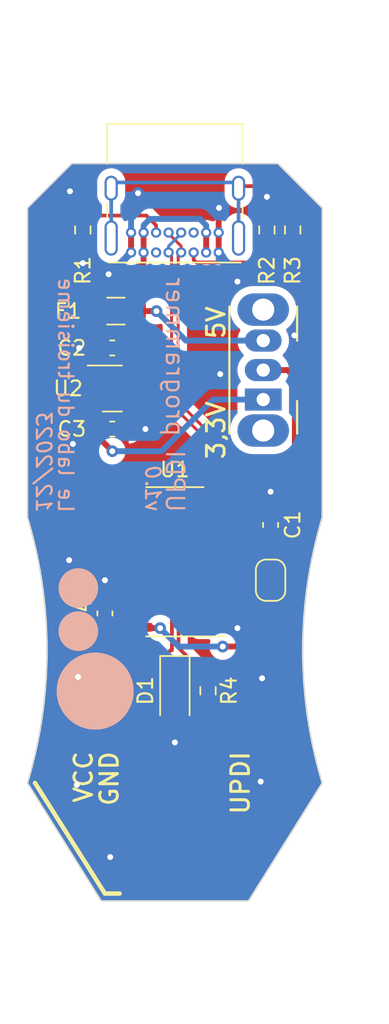
<source format=kicad_pcb>
(kicad_pcb (version 20221018) (generator pcbnew)
  (layers (0 "F.Cu" signal) (31 "B.Cu" signal) (34 "B.Paste" user) (35 "F.Paste" user) (36 "B.SilkS" user "B.Silkscreen") (37 "F.SilkS" user "F.Silkscreen") (38 "B.Mask" user) (39 "F.Mask" user) (44 "Edge.Cuts" user))
  (net 0 "")
  (net 1 "Net-(JP1-B)")
  (net 2 "GND")
  (net 3 "+5V")
  (net 4 "+3.3V")
  (net 5 "Net-(J1-CC1)")
  (net 6 "D+")
  (net 7 "D-")
  (net 9 "Net-(J1-CC2)")
  (net 11 "Net-(J1-SHIELD)")
  (net 21 "VCC")
  (net 22 "Net-(D1-K)")
  (net 23 "UPDI")
  (net 24 "Net-(U1-TXD)")
  (net 25 "Net-(F1-Pad2)")
  (footprint "Connector_USB:USB_C_Receptacle_GCT_USB4085" (layer "F.Cu") (at 162.975 66.025 180)
    (fp_text reference "J1" hide)
    (fp_text value "USB_C_Receptacle_USB2.0")
    (fp_line (start -1.62 2.4) (end -1.62 3.3) (stroke (width 0.12)) (layer "F.SilkS"))
    (fp_line (start -1.62 6) (end -1.62 8.73) (stroke (width 0.12)) (layer "F.SilkS"))
    (fp_line (start -1.62 8.73) (end 7.57 8.73) (stroke (width 0.12)) (layer "F.SilkS"))
    (fp_line (start -1.5 -0.68) (end 7.45 -0.68) (stroke (width 0.12)) (layer "F.SilkS"))
    (fp_line (start 7.57 2.4) (end 7.57 3.3) (stroke (width 0.12)) (layer "F.SilkS"))
    (fp_line (start 7.57 6) (end 7.57 8.73) (stroke (width 0.12)) (layer "F.SilkS"))
    (pad "A1" thru_hole circle (at 0 0 180) (size 0.7 0.7) (drill 0.4) (layers "*.Cu" "*.Mask") (net 2 "GND"))
    (pad "A4" thru_hole circle (at 0.85 0 180) (size 0.7 0.7) (drill 0.4) (layers "*.Cu" "*.Mask") (net 25 "Net-(F1-Pad2)"))
    (pad "A5" thru_hole circle (at 1.7 0 180) (size 0.7 0.7) (drill 0.4) (layers "*.Cu" "*.Mask") (net 5 "Net-(J1-CC1)"))
    (pad "A6" thru_hole circle (at 2.55 0 180) (size 0.7 0.7) (drill 0.4) (layers "*.Cu" "*.Mask") (net 6 "D+"))
    (pad "A7" thru_hole circle (at 3.4 0 180) (size 0.7 0.7) (drill 0.4) (layers "*.Cu" "*.Mask") (net 7 "D-"))
    (pad "A8" thru_hole circle (at 4.25 0 180) (size 0.7 0.7) (drill 0.4) (layers "*.Cu" "*.Mask"))
    (pad "A9" thru_hole circle (at 5.1 0 180) (size 0.7 0.7) (drill 0.4) (layers "*.Cu" "*.Mask") (net 25 "Net-(F1-Pad2)"))
    (pad "A12" thru_hole circle (at 5.95 0 180) (size 0.7 0.7) (drill 0.4) (layers "*.Cu" "*.Mask") (net 2 "GND"))
    (pad "B1" thru_hole circle (at 5.95 1.35 180) (size 0.7 0.7) (drill 0.4) (layers "*.Cu" "*.Mask") (net 2 "GND"))
    (pad "B4" thru_hole circle (at 5.1 1.35 180) (size 0.7 0.7) (drill 0.4) (layers "*.Cu" "*.Mask") (net 25 "Net-(F1-Pad2)"))
    (pad "B5" thru_hole circle (at 4.25 1.35 180) (size 0.7 0.7) (drill 0.4) (layers "*.Cu" "*.Mask") (net 9 "Net-(J1-CC2)"))
    (pad "B6" thru_hole circle (at 3.4 1.35 180) (size 0.7 0.7) (drill 0.4) (layers "*.Cu" "*.Mask") (net 6 "D+"))
    (pad "B7" thru_hole circle (at 2.55 1.35 180) (size 0.7 0.7) (drill 0.4) (layers "*.Cu" "*.Mask") (net 7 "D-"))
    (pad "B8" thru_hole circle (at 1.7 1.35 180) (size 0.7 0.7) (drill 0.4) (layers "*.Cu" "*.Mask"))
    (pad "B9" thru_hole circle (at 0.85 1.35 180) (size 0.7 0.7) (drill 0.4) (layers "*.Cu" "*.Mask") (net 25 "Net-(F1-Pad2)"))
    (pad "B12" thru_hole circle (at 0 1.35 180) (size 0.7 0.7) (drill 0.4) (layers "*.Cu" "*.Mask") (net 2 "GND"))
    (pad "S1" thru_hole oval (at -1.35 0.98 180) (size 0.9 2.4) (drill oval 0.6 2.1) (layers "*.Cu" "*.Mask") (net 11 "Net-(J1-SHIELD)"))
    (pad "S1" thru_hole oval (at -1.35 4.36 180) (size 0.9 1.7) (drill oval 0.6 1.4) (layers "*.Cu" "*.Mask") (net 11 "Net-(J1-SHIELD)"))
    (pad "S1" thru_hole oval (at 7.3 0.98 180) (size 0.9 2.4) (drill oval 0.6 2.1) (layers "*.Cu" "*.Mask") (net 11 "Net-(J1-SHIELD)"))
    (pad "S1" thru_hole oval (at 7.3 4.36 180) (size 0.9 1.7) (drill oval 0.6 1.4) (layers "*.Cu" "*.Mask") (net 11 "Net-(J1-SHIELD)"))
  )
  (footprint "Diode_SMD:D_SOD-123" (layer "F.Cu") (at 160 95.75 -90)
    (fp_text reference "D1" (at 0 2 90) (layer "F.SilkS"))
    (fp_text value "D")
    (fp_line (start -2.36 -1) (end -2.36 1) (stroke (width 0.12)) (layer "F.SilkS"))
    (fp_line (start -2.36 -1) (end 1.65 -1) (stroke (width 0.12)) (layer "F.SilkS"))
    (fp_line (start -2.36 1) (end 1.65 1) (stroke (width 0.12)) (layer "F.SilkS"))
    (pad "1" smd roundrect (at -1.65 0 270) (size 0.9 1.2) (layers "F.Cu" "F.Paste" "F.Mask") (net 22 "Net-(D1-K)"))
    (pad "2" smd roundrect (at 1.65 0 270) (size 0.9 1.2) (layers "F.Cu" "F.Paste" "F.Mask") (net 23 "UPDI"))
  )
  (footprint "Resistor_SMD:R_0603_1608Metric_Pad0.98x0.95mm_HandSolder" (layer "F.Cu") (at 168 64.5 -90)
    (fp_text reference "R3" (at 2.75 0 90) (layer "F.SilkS"))
    (fp_text value "1M")
    (fp_line (start -0.254724 -0.5225) (end 0.254724 -0.5225) (stroke (width 0.12)) (layer "F.SilkS"))
    (fp_line (start -0.254724 0.5225) (end 0.254724 0.5225) (stroke (width 0.12)) (layer "F.SilkS"))
    (pad "1" smd roundrect (at -0.9125 0 270) (size 0.975 0.95) (layers "F.Cu" "F.Paste" "F.Mask") (net 11 "Net-(J1-SHIELD)"))
    (pad "2" smd roundrect (at 0.9125 0 270) (size 0.975 0.95) (layers "F.Cu" "F.Paste" "F.Mask") (net 2 "GND"))
  )
  (footprint "Capacitor_SMD:C_0603_1608Metric_Pad1.08x0.95mm_HandSolder" (layer "F.Cu") (at 155.25 90.5 90)
    (fp_text reference "C4" (at 0 -1.43 90) (layer "F.SilkS"))
    (fp_text value "0.1u")
    (fp_line (start -0.146267 -0.51) (end 0.146267 -0.51) (stroke (width 0.12)) (layer "F.SilkS"))
    (fp_line (start -0.146267 0.51) (end 0.146267 0.51) (stroke (width 0.12)) (layer "F.SilkS"))
    (pad "1" smd roundrect (at -0.8625 0 90) (size 1.075 0.95) (layers "F.Cu" "F.Paste" "F.Mask") (net 21 "VCC"))
    (pad "2" smd roundrect (at 0.8625 0 90) (size 1.075 0.95) (layers "F.Cu" "F.Paste" "F.Mask") (net 2 "GND"))
  )
  (footprint "Resistor_SMD:R_0603_1608Metric_Pad0.98x0.95mm_HandSolder" (layer "F.Cu") (at 162.25 95.75 -90)
    (fp_text reference "R4" (at 0 -1.43 90) (layer "F.SilkS"))
    (fp_text value "1.5k")
    (fp_line (start -0.254724 -0.5225) (end 0.254724 -0.5225) (stroke (width 0.12)) (layer "F.SilkS"))
    (fp_line (start -0.254724 0.5225) (end 0.254724 0.5225) (stroke (width 0.12)) (layer "F.SilkS"))
    (pad "1" smd roundrect (at -0.9125 0 270) (size 0.975 0.95) (layers "F.Cu" "F.Paste" "F.Mask") (net 24 "Net-(U1-TXD)"))
    (pad "2" smd roundrect (at 0.9125 0 270) (size 0.975 0.95) (layers "F.Cu" "F.Paste" "F.Mask") (net 22 "Net-(D1-K)"))
  )
  (footprint "Resistor_SMD:R_0603_1608Metric_Pad0.98x0.95mm_HandSolder" (layer "F.Cu") (at 153.75 64.5 -90)
    (fp_text reference "R1" (at 2.75 0 90) (layer "F.SilkS"))
    (fp_text value "5.1k")
    (fp_line (start -0.254724 -0.5225) (end 0.254724 -0.5225) (stroke (width 0.12)) (layer "F.SilkS"))
    (fp_line (start -0.254724 0.5225) (end 0.254724 0.5225) (stroke (width 0.12)) (layer "F.SilkS"))
    (pad "1" smd roundrect (at -0.9125 0 270) (size 0.975 0.95) (layers "F.Cu" "F.Paste" "F.Mask") (net 9 "Net-(J1-CC2)"))
    (pad "2" smd roundrect (at 0.9125 0 270) (size 0.975 0.95) (layers "F.Cu" "F.Paste" "F.Mask") (net 2 "GND"))
  )
  (footprint "Jumper:SolderJumper-2_P1.3mm_Open_RoundedPad1.0x1.5mm" (layer "F.Cu") (at 166.5 88.25 90)
    (fp_text reference "JP1" hide)
    (fp_text value "Jumper_2_Open")
    (fp_line (start -1.4 0.3) (end -1.4 -0.3) (stroke (width 0.12)) (layer "F.SilkS"))
    (fp_line (start -0.7 -1) (end 0.7 -1) (stroke (width 0.12)) (layer "F.SilkS"))
    (fp_line (start 0.7 1) (end -0.7 1) (stroke (width 0.12)) (layer "F.SilkS"))
    (fp_line (start 1.4 -0.3) (end 1.4 0.3) (stroke (width 0.12)) (layer "F.SilkS"))
    (fp_arc (start -1.4 -0.3) (mid -1.194975 -0.794975) (end -0.7 -1) (stroke (width 0.12)) (layer "F.SilkS"))
    (fp_arc (start -0.7 1) (mid -1.194975 0.794975) (end -1.4 0.3) (stroke (width 0.12)) (layer "F.SilkS"))
    (fp_arc (start 0.7 -1) (mid 1.194975 -0.794975) (end 1.4 -0.3) (stroke (width 0.12)) (layer "F.SilkS"))
    (fp_arc (start 1.4 0.3) (mid 1.194975 0.794975) (end 0.7 1) (stroke (width 0.12)) (layer "F.SilkS"))
    (pad "1" smd custom (at -0.65 0 90) (size 1 0.5) (layers "F.Cu" "F.Mask") (net 21 "VCC") (options (clearance outline) (anchor rect)) (primitives (gr_circle (center 0 0.25) (end 0.5 0.25) (width 0) (fill yes)) (gr_circle (center 0 -0.25) (end 0.5 -0.25) (width 0) (fill yes)) (gr_poly (pts (xy 0.5 0.75) (xy 0 0.75) (xy 0 -0.75) (xy 0.5 -0.75)) (width 0) (fill yes))))
    (pad "2" smd custom (at 0.65 0 90) (size 1 0.5) (layers "F.Cu" "F.Mask") (net 1 "Net-(JP1-B)") (options (clearance outline) (anchor rect)) (primitives (gr_circle (center 0 0.25) (end 0.5 0.25) (width 0) (fill yes)) (gr_circle (center 0 -0.25) (end 0.5 -0.25) (width 0) (fill yes)) (gr_poly (pts (xy 0 0.75) (xy -0.5 0.75) (xy -0.5 -0.75) (xy 0 -0.75)) (width 0) (fill yes))))
  )
  (footprint "Fuse:Fuse_1206_3216Metric" (layer "F.Cu") (at 156 70 180)
    (fp_text reference "F1" (at 3.25 0) (layer "F.SilkS"))
    (fp_text value "500m")
    (fp_line (start -0.602064 -0.91) (end 0.602064 -0.91) (stroke (width 0.12)) (layer "F.SilkS"))
    (fp_line (start -0.602064 0.91) (end 0.602064 0.91) (stroke (width 0.12)) (layer "F.SilkS"))
    (pad "1" smd roundrect (at -1.4 0 180) (size 1.25 1.75) (layers "F.Cu" "F.Paste" "F.Mask") (roundrect_rratio 0.2) (net 3 "+5V"))
    (pad "2" smd roundrect (at 1.4 0 180) (size 1.25 1.75) (layers "F.Cu" "F.Paste" "F.Mask") (roundrect_rratio 0.2) (net 25 "Net-(F1-Pad2)"))
  )
  (footprint "Resistor_SMD:R_0603_1608Metric_Pad0.98x0.95mm_HandSolder" (layer "F.Cu") (at 166.25 64.5 90)
    (fp_text reference "R2" (at -2.75 0 90) (layer "F.SilkS"))
    (fp_text value "5.1k")
    (fp_line (start -0.254724 -0.5225) (end 0.254724 -0.5225) (stroke (width 0.12)) (layer "F.SilkS"))
    (fp_line (start -0.254724 0.5225) (end 0.254724 0.5225) (stroke (width 0.12)) (layer "F.SilkS"))
    (pad "1" smd roundrect (at -0.9125 0 90) (size 0.975 0.95) (layers "F.Cu" "F.Paste" "F.Mask") (net 5 "Net-(J1-CC1)"))
    (pad "2" smd roundrect (at 0.9125 0 90) (size 0.975 0.95) (layers "F.Cu" "F.Paste" "F.Mask") (net 2 "GND"))
  )
  (footprint "Package_TO_SOT_SMD:SOT-23" (layer "F.Cu") (at 155.75 75.25)
    (fp_text reference "U2" (at -3 0) (layer "F.SilkS"))
    (fp_text value "MCP1700x-330xxTT")
    (fp_line (start 0 -1.56) (end -1.675 -1.56) (stroke (width 0.12)) (layer "F.SilkS"))
    (fp_line (start 0 -1.56) (end 0.65 -1.56) (stroke (width 0.12)) (layer "F.SilkS"))
    (fp_line (start 0 1.56) (end -0.65 1.56) (stroke (width 0.12)) (layer "F.SilkS"))
    (fp_line (start 0 1.56) (end 0.65 1.56) (stroke (width 0.12)) (layer "F.SilkS"))
    (pad "1" smd roundrect (at -0.9375 -0.95) (size 1.475 0.6) (layers "F.Cu" "F.Paste" "F.Mask") (net 2 "GND"))
    (pad "2" smd roundrect (at -0.9375 0.95) (size 1.475 0.6) (layers "F.Cu" "F.Paste" "F.Mask") (net 4 "+3.3V"))
    (pad "3" smd roundrect (at 0.9375 0) (size 1.475 0.6) (layers "F.Cu" "F.Paste" "F.Mask") (net 3 "+5V"))
  )
  (footprint "PCM_kikit:Tab" (layer "F.Cu") (at 160 112 90)
    (fp_text reference "REF**" hide)
    (fp_text value "Tab")
  )
  (footprint "Button_Switch_THT:SW_CuK_OS102011MA1QN1_SPDT_Angled" (layer "F.Cu") (at 166 76 90)
    (fp_text reference "SW1" hide)
    (fp_text value "power")
    (fp_line (start -2.3 -2.3) (end 6.3 -2.3) (stroke (width 0.15)) (layer "F.SilkS"))
    (fp_line (start -2.3 2.3) (end -0.1 2.3) (stroke (width 0.15)) (layer "F.SilkS"))
    (fp_line (start 4 2.3) (end 6.3 2.3) (stroke (width 0.15)) (layer "F.SilkS"))
    (pad "" thru_hole oval (at -2.1 0 90) (size 2.2 3.5) (drill 1.5) (layers "*.Cu" "*.Mask"))
    (pad "" thru_hole oval (at 6.1 0 90) (size 2.2 3.5) (drill 1.5) (layers "*.Cu" "*.Mask"))
    (pad "1" thru_hole rect (at 0 0 90) (size 1.5 2.5) (drill 0.9) (layers "*.Cu" "*.Mask") (net 4 "+3.3V"))
    (pad "2" thru_hole oval (at 2 0 90) (size 1.5 2.5) (drill 0.9) (layers "*.Cu" "*.Mask") (net 21 "VCC"))
    (pad "3" thru_hole oval (at 4 0 90) (size 1.5 2.5) (drill 0.9) (layers "*.Cu" "*.Mask") (net 3 "+5V"))
  )
  (footprint "Capacitor_SMD:C_0603_1608Metric_Pad1.08x0.95mm_HandSolder" (layer "F.Cu") (at 155.75 72.5 180)
    (fp_text reference "C2" (at 2.75 0) (layer "F.SilkS"))
    (fp_text value "1u")
    (fp_line (start -0.146267 -0.51) (end 0.146267 -0.51) (stroke (width 0.12)) (layer "F.SilkS"))
    (fp_line (start -0.146267 0.51) (end 0.146267 0.51) (stroke (width 0.12)) (layer "F.SilkS"))
    (pad "1" smd roundrect (at -0.8625 0 180) (size 1.075 0.95) (layers "F.Cu" "F.Paste" "F.Mask") (net 3 "+5V"))
    (pad "2" smd roundrect (at 0.8625 0 180) (size 1.075 0.95) (layers "F.Cu" "F.Paste" "F.Mask") (net 2 "GND"))
  )
  (footprint "PCM_kikit:Tab" (layer "F.Cu") (at 160 55.25 -90)
    (fp_text reference "REF**" hide)
    (fp_text value "Tab")
  )
  (footprint "Package_SO:SOIC-16_3.9x9.9mm_P1.27mm" (layer "F.Cu") (at 160 87 180)
    (fp_text reference "U1" (at 0 6.25) (layer "F.SilkS"))
    (fp_text value "CH340C")
    (fp_line (start 0 -5.06) (end -3.45 -5.06) (stroke (width 0.12)) (layer "F.SilkS"))
    (fp_line (start 0 -5.06) (end 1.95 -5.06) (stroke (width 0.12)) (layer "F.SilkS"))
    (fp_line (start 0 5.06) (end -1.95 5.06) (stroke (width 0.12)) (layer "F.SilkS"))
    (fp_line (start 0 5.06) (end 1.95 5.06) (stroke (width 0.12)) (layer "F.SilkS"))
    (pad "1" smd roundrect (at -2.475 -4.445 180) (size 1.95 0.6) (layers "F.Cu" "F.Paste" "F.Mask") (net 2 "GND"))
    (pad "2" smd roundrect (at -2.475 -3.175 180) (size 1.95 0.6) (layers "F.Cu" "F.Paste" "F.Mask") (net 24 "Net-(U1-TXD)"))
    (pad "3" smd roundrect (at -2.475 -1.905 180) (size 1.95 0.6) (layers "F.Cu" "F.Paste" "F.Mask") (net 23 "UPDI"))
    (pad "4" smd roundrect (at -2.475 -0.635 180) (size 1.95 0.6) (layers "F.Cu" "F.Paste" "F.Mask") (net 1 "Net-(JP1-B)"))
    (pad "5" smd roundrect (at -2.475 0.635 180) (size 1.95 0.6) (layers "F.Cu" "F.Paste" "F.Mask") (net 6 "D+"))
    (pad "6" smd roundrect (at -2.475 1.905 180) (size 1.95 0.6) (layers "F.Cu" "F.Paste" "F.Mask") (net 7 "D-"))
    (pad "7" smd roundrect (at -2.475 3.175 180) (size 1.95 0.6) (layers "F.Cu" "F.Paste" "F.Mask"))
    (pad "8" smd roundrect (at -2.475 4.445 180) (size 1.95 0.6) (layers "F.Cu" "F.Paste" "F.Mask"))
    (pad "9" smd roundrect (at 2.475 4.445 180) (size 1.95 0.6) (layers "F.Cu" "F.Paste" "F.Mask"))
    (pad "10" smd roundrect (at 2.475 3.175 180) (size 1.95 0.6) (layers "F.Cu" "F.Paste" "F.Mask"))
    (pad "11" smd roundrect (at 2.475 1.905 180) (size 1.95 0.6) (layers "F.Cu" "F.Paste" "F.Mask"))
    (pad "12" smd roundrect (at 2.475 0.635 180) (size 1.95 0.6) (layers "F.Cu" "F.Paste" "F.Mask"))
    (pad "13" smd roundrect (at 2.475 -0.635 180) (size 1.95 0.6) (layers "F.Cu" "F.Paste" "F.Mask"))
    (pad "14" smd roundrect (at 2.475 -1.905 180) (size 1.95 0.6) (layers "F.Cu" "F.Paste" "F.Mask"))
    (pad "15" smd roundrect (at 2.475 -3.175 180) (size 1.95 0.6) (layers "F.Cu" "F.Paste" "F.Mask"))
    (pad "16" smd roundrect (at 2.475 -4.445 180) (size 1.95 0.6) (layers "F.Cu" "F.Paste" "F.Mask") (net 21 "VCC"))
  )
  (footprint "Capacitor_SMD:C_0603_1608Metric_Pad1.08x0.95mm_HandSolder" (layer "F.Cu") (at 166.5 84.5 90)
    (fp_text reference "C1" (at 0 1.5 90) (layer "F.SilkS"))
    (fp_text value "0.1u")
    (fp_line (start -0.146267 -0.51) (end 0.146267 -0.51) (stroke (width 0.12)) (layer "F.SilkS"))
    (fp_line (start -0.146267 0.51) (end 0.146267 0.51) (stroke (width 0.12)) (layer "F.SilkS"))
    (pad "1" smd roundrect (at -0.8625 0 90) (size 1.075 0.95) (layers "F.Cu" "F.Paste" "F.Mask") (net 1 "Net-(JP1-B)"))
    (pad "2" smd roundrect (at 0.8625 0 90) (size 1.075 0.95) (layers "F.Cu" "F.Paste" "F.Mask") (net 2 "GND"))
  )
  (footprint "Capacitor_SMD:C_0603_1608Metric_Pad1.08x0.95mm_HandSolder" (layer "F.Cu") (at 155.75 78)
    (fp_text reference "C3" (at -2.75 0) (layer "F.SilkS"))
    (fp_text value "1u")
    (fp_line (start -0.146267 -0.51) (end 0.146267 -0.51) (stroke (width 0.12)) (layer "F.SilkS"))
    (fp_line (start -0.146267 0.51) (end 0.146267 0.51) (stroke (width 0.12)) (layer "F.SilkS"))
    (pad "1" smd roundrect (at -0.8625 0) (size 1.075 0.95) (layers "F.Cu" "F.Paste" "F.Mask") (net 4 "+3.3V"))
    (pad "2" smd roundrect (at 0.8625 0) (size 1.075 0.95) (layers "F.Cu" "F.Paste" "F.Mask") (net 2 "GND"))
  )
  (footprint "Connector_pad_2.54mm:Connector_pad_1x03_L10_P2.54mm" (layer "F.Cu") (at 160 105)
    (fp_text reference "J2" hide)
    (fp_text value "Conn_01x03")
    (pad "1" smd roundrect (at -2.54 0) (size 1.5 10) (layers "F.Cu" "F.Paste" "F.Mask") (net 21 "VCC"))
    (pad "2" smd roundrect (at 0 0) (size 1.5 10) (layers "F.Cu" "F.Paste" "F.Mask") (net 2 "GND"))
    (pad "3" smd roundrect (at 2.54 0) (size 1.5 10) (layers "F.Cu" "F.Paste" "F.Mask") (net 23 "UPDI"))
  )
  (footprint "Logos:Logo_labo_5mm_filled" (layer "B.Cu") (at 152.0475 98.31 90)
    (fp_text reference "REF**" hide)
    (fp_text value "Logo_labo_5mm_filled")
    (fp_circle (center 2.54 2.54) (end 5.08 2.54) (stroke (width 0.15)) (fill solid) (layer "B.SilkS"))
    (fp_circle (center 6.604 1.397) (end 7.874 1.397) (stroke (width 0.15)) (fill solid) (layer "B.SilkS"))
    (fp_circle (center 9.525 1.397) (end 10.795 1.397) (stroke (width 0.15)) (fill solid) (layer "B.SilkS"))
  )
  (gr_line (start 155.25 109.5) (end 150.5 102) (stroke (width 0.3)) (layer "F.SilkS"))
  (gr_line (start 156.25 109.5) (end 155.25 109.5) (stroke (width 0.3)) (layer "F.SilkS"))
  (gr_line (start 165 110) (end 170 102) (stroke (width 0.1)) (layer "Edge.Cuts"))
  (gr_line (start 155 110) (end 150 102) (stroke (width 0.1)) (layer "Edge.Cuts"))
  (gr_line (start 150 63) (end 153 60) (stroke (width 0.1)) (layer "Edge.Cuts"))
  (gr_line (start 167 60) (end 170 63) (stroke (width 0.1)) (layer "Edge.Cuts"))
  (gr_line (start 150 63) (end 150 84) (stroke (width 0.1)) (layer "Edge.Cuts"))
  (gr_line (start 153 60) (end 167 60) (stroke (width 0.1)) (layer "Edge.Cuts"))
  (gr_arc (start 150 84) (mid 151.32092 93) (end 150 102) (stroke (width 0.1)) (layer "Edge.Cuts"))
  (gr_line (start 155 110) (end 165 110) (stroke (width 0.1)) (layer "Edge.Cuts"))
  (gr_line (start 170 63) (end 170 84) (stroke (width 0.1)) (layer "Edge.Cuts"))
  (gr_arc (start 170 102) (mid 168.67908 93) (end 170 84) (stroke (width 0.1)) (layer "Edge.Cuts"))
  (gr_text "12/2023" (at 150.5 83.75 270) (layer "B.SilkS") (effects (font (size 1 1) (thickness 0.15) italic) (justify left bottom mirror)))
  (gr_text "Le labo du troisième" (at 152 83.75 -90) (layer "B.SilkS") (effects (font (size 1 1)) (justify left bottom mirror)))
  (gr_text "UPDI programmer" (at 160 83.75 270) (layer "B.SilkS") (effects (font (size 1.2 1.2)) (justify left mirror)))
  (gr_text "v1.0" (at 158.5 83.75 270) (layer "B.SilkS") (effects (font (size 1 1) (thickness 0.15) italic) (justify left mirror)))
  (gr_text "UPDI" (at 163.75 99.75 90) (layer "F.SilkS") (effects (font (size 1.2 1.2) (thickness 0.2) bold) (justify right top)))
  (gr_text "3,3V" (at 163.5 76 90) (layer "F.SilkS") (effects (font (size 1.2 1.2) (thickness 0.2) bold) (justify right bottom)))
  (gr_text "5V" (at 163.5 72 90) (layer "F.SilkS") (effects (font (size 1.2 1.2) (thickness 0.2) bold) (justify left bottom)))
  (gr_text "VCC" (at 154.5 99.75 90) (layer "F.SilkS") (effects (font (size 1.2 1.2) (thickness 0.2) bold) (justify right bottom)))
  (gr_text "GND" (at 156.25 99.75 90) (layer "F.SilkS") (effects (font (size 1.2 1.2) (thickness 0.2) bold) (justify right bottom)))
  (segment (start 166.5 87.6) (end 166.5 85.3625) (width 0.25) (layer "F.Cu") (net 1))
  (segment (start 166.465 87.635) (end 166.5 87.6) (width 0.25) (layer "F.Cu") (net 1))
  (segment (start 162.475 87.635) (end 166.465 87.635) (width 0.25) (layer "F.Cu") (net 1))
  (segment (start 166.25 63.6625) (end 168 65.4125) (width 0.4) (layer "F.Cu") (net 2))
  (segment (start 162.975 64.675) (end 162.975 66.025) (width 0.4) (layer "F.Cu") (net 2))
  (segment (start 162.975 63.025) (end 163 63) (width 0.4) (layer "F.Cu") (net 2))
  (segment (start 153.75 65.4125) (end 153.75 66.75) (width 0.4) (layer "F.Cu") (net 2))
  (segment (start 154.8125 74.3) (end 154.8125 72.575) (width 0.4) (layer "F.Cu") (net 2))
  (segment (start 166.25 63.5875) (end 166.25 63.6625) (width 0.4) (layer "F.Cu") (net 2))
  (segment (start 166.5 83.6375) (end 166.5 82.25) (width 0.4) (layer "F.Cu") (net 2))
  (segment (start 166.25 63.5875) (end 166.25 62.25) (width 0.4) (layer "F.Cu") (net 2))
  (segment (start 154.8875 72.5) (end 153.5 72.5) (width 0.4) (layer "F.Cu") (net 2))
  (segment (start 162.475 91.445) (end 164.195 91.445) (width 0.4) (layer "F.Cu") (net 2))
  (segment (start 154.8125 72.575) (end 154.8875 72.5) (width 0.4) (layer "F.Cu") (net 2))
  (segment (start 156.6125 78) (end 158 78) (width 0.4) (layer "F.Cu") (net 2))
  (segment (start 162.975 64.675) (end 162.975 63.025) (width 0.4) (layer "F.Cu") (net 2))
  (segment (start 157.025 64.675) (end 157.025 66.025) (width 0.4) (layer "F.Cu") (net 2))
  (segment (start 164.195 91.445) (end 164.25 91.5) (width 0.4) (layer "F.Cu") (net 2))
  (segment (start 155.25 89.6375) (end 155.25 88.25) (width 0.4) (layer "F.Cu") (net 2))
  (segment (start 160 105) (end 160 99.25) (width 0.4) (layer "F.Cu") (net 2))
  (via (at 166.5 82.25) (size 0.8) (drill 0.4) (layers "F.Cu" "B.Cu") (net 2))
  (via (at 168.115932 71.649075) (size 0.8) (drill 0.4) (layers "F.Cu" "B.Cu") (net 2))
  (via (at 155.608309 107.026586) (size 0.8) (drill 0.4) (layers "F.Cu" "B.Cu") (net 2))
  (via (at 153.75 66.75) (size 0.8) (drill 0.4) (layers "F.Cu" "B.Cu") (net 2))
  (via (at 157.5 62) (size 0.8) (drill 0.4) (layers "F.Cu" "B.Cu") (net 2))
  (via (at 153.340797 102.131153) (size 0.8) (drill 0.4) (layers "F.Cu" "B.Cu") (net 2))
  (via (at 164.25 68) (size 0.8) (drill 0.4) (layers "F.Cu" "B.Cu") (net 2))
  (via (at 165.923966 94.90088) (size 0.8) (drill 0.4) (layers "F.Cu" "B.Cu") (net 2))
  (via (at 166.25 62.25) (size 0.8) (drill 0.4) (layers "F.Cu" "B.Cu") (net 2))
  (via (at 160 99.25) (size 0.8) (drill 0.4) (layers "F.Cu" "B.Cu") (net 2))
  (via (at 153.5 72.5) (size 0.8) (drill 0.4) (layers "F.Cu" "B.Cu") (net 2))
  (via (at 165.826613 101.905964) (size 0.8) (drill 0.4) (layers "F.Cu" "B.Cu") (net 2))
  (via (at 155.5 67.5) (size 0.8) (drill 0.4) (layers "F.Cu" "B.Cu") (net 2))
  (via (at 163.079411 74.272584) (size 0.8) (drill 0.4) (layers "F.Cu" "B.Cu") (net 2))
  (via (at 152.876956 61.873237) (size 0.8) (drill 0.4) (layers "F.Cu" "B.Cu") (net 2))
  (via (at 158 78) (size 0.8) (drill 0.4) (layers "F.Cu" "B.Cu") (net 2))
  (via (at 163 63) (size 0.8) (drill 0.4) (layers "F.Cu" "B.Cu") (net 2))
  (via (at 153.426111 94.806352) (size 0.8) (drill 0.4) (layers "F.Cu" "B.Cu") (net 2))
  (via (at 164.25 91.5) (size 0.8) (drill 0.4) (layers "F.Cu" "B.Cu") (net 2))
  (via (at 153.0761 79.006246) (size 0.8) (drill 0.4) (layers "F.Cu" "B.Cu") (net 2))
  (via (at 155.25 88.25) (size 0.8) (drill 0.4) (layers "F.Cu" "B.Cu") (net 2))
  (via (at 152.821839 86.891071) (size 0.8) (drill 0.4) (layers "F.Cu" "B.Cu") (net 2))
  (segment (start 156.975 66.025) (end 155.5 67.5) (width 0.4) (layer "B.Cu") (net 2))
  (segment (start 164.25 67.75) (end 164.25 68) (width 0.4) (layer "B.Cu") (net 2))
  (segment (start 157.025 66.025) (end 156.975 66.025) (width 0.4) (layer "B.Cu") (net 2))
  (segment (start 162.975 66.025) (end 162.975 66.475) (width 0.4) (layer "B.Cu") (net 2))
  (segment (start 157.025 62.475) (end 157.5 62) (width 0.4) (layer "B.Cu") (net 2))
  (segment (start 162.975 66.475) (end 164.25 67.75) (width 0.4) (layer "B.Cu") (net 2))
  (segment (start 157.025 64.675) (end 157.025 62.475) (width 0.4) (layer "B.Cu") (net 2))
  (segment (start 156.6875 75.25) (end 156.6875 72.575) (width 0.4) (layer "F.Cu") (net 3))
  (segment (start 158.75 70) (end 157.4 70) (width 0.4) (layer "F.Cu") (net 3))
  (segment (start 157.4 71.7125) (end 156.6125 72.5) (width 0.4) (layer "F.Cu") (net 3))
  (segment (start 157.4 70) (end 157.4 71.7125) (width 0.4) (layer "F.Cu") (net 3))
  (segment (start 156.6875 72.575) (end 156.6125 72.5) (width 0.4) (layer "F.Cu") (net 3))
  (via (at 158.75 70) (size 0.8) (drill 0.4) (layers "F.Cu" "B.Cu") (net 3))
  (segment (start 160.75 72) (end 158.75 70) (width 0.4) (layer "B.Cu") (net 3))
  (segment (start 166 72) (end 160.75 72) (width 0.4) (layer "B.Cu") (net 3))
  (segment (start 154.8125 77.925) (end 154.8875 78) (width 0.4) (layer "F.Cu") (net 4))
  (segment (start 154.8875 78) (end 154.8875 78.6375) (width 0.4) (layer "F.Cu") (net 4))
  (segment (start 154.8125 76.2) (end 154.8125 77.925) (width 0.4) (layer "F.Cu") (net 4))
  (segment (start 154.8875 78.6375) (end 155.75 79.5) (width 0.4) (layer "F.Cu") (net 4))
  (via (at 155.75 79.5) (size 0.8) (drill 0.4) (layers "F.Cu" "B.Cu") (net 4))
  (segment (start 162.6 76) (end 166 76) (width 0.4) (layer "B.Cu") (net 4))
  (segment (start 155.75 79.5) (end 159.1 79.5) (width 0.4) (layer "B.Cu") (net 4))
  (segment (start 159.1 79.5) (end 162.6 76) (width 0.4) (layer "B.Cu") (net 4))
  (segment (start 161.45 66.7) (end 161.275 66.525) (width 0.25) (layer "F.Cu") (net 5))
  (segment (start 166.25 65.4125) (end 166.25 66.25) (width 0.25) (layer "F.Cu") (net 5))
  (segment (start 165.8 66.7) (end 161.45 66.7) (width 0.25) (layer "F.Cu") (net 5))
  (segment (start 166.25 66.25) (end 165.8 66.7) (width 0.25) (layer "F.Cu") (net 5))
  (segment (start 161.275 66.525) (end 161.275 66.025) (width 0.25) (layer "F.Cu") (net 5))
  (segment (start 164.475 85.3432) (end 163.8632 85.955) (width 0.2) (layer "F.Cu") (net 6))
  (segment (start 159.575 64.744239) (end 160.425 65.594239) (width 0.2) (layer "F.Cu") (net 6))
  (segment (start 163.8632 85.955) (end 163.56 85.955) (width 0.2) (layer "F.Cu") (net 6))
  (segment (start 160.225001 76.156801) (end 164.475 80.4068) (width 0.2) (layer "F.Cu") (net 6))
  (segment (start 163.56 85.955) (end 163.15 86.365) (width 0.2) (layer "F.Cu") (net 6))
  (segment (start 164.475 80.4068) (end 164.475 85.3432) (width 0.2) (layer "F.Cu") (net 6))
  (segment (start 160.425 65.594239) (end 160.425 66.025) (width 0.2) (layer "F.Cu") (net 6))
  (segment (start 160.425 66.025) (end 160.225001 66.224999) (width 0.2) (layer "F.Cu") (net 6))
  (segment (start 159.575 64.675) (end 159.575 64.744239) (width 0.2) (layer "F.Cu") (net 6))
  (segment (start 163.15 86.365) (end 162.475 86.365) (width 0.2) (layer "F.Cu") (net 6))
  (segment (start 160.225001 66.224999) (end 160.225001 76.156801) (width 0.2) (layer "F.Cu") (net 6))
  (segment (start 163.6768 85.505) (end 163.56 85.505) (width 0.2) (layer "F.Cu") (net 7))
  (segment (start 163.56 85.505) (end 163.15 85.095) (width 0.2) (layer "F.Cu") (net 7))
  (segment (start 159.774999 76.343199) (end 164.025 80.5932) (width 0.2) (layer "F.Cu") (net 7))
  (segment (start 159.575 66.025) (end 159.774999 66.224999) (width 0.2) (layer "F.Cu") (net 7))
  (segment (start 164.025 85.1568) (end 163.6768 85.505) (width 0.2) (layer "F.Cu") (net 7))
  (segment (start 163.15 85.095) (end 162.475 85.095) (width 0.2) (layer "F.Cu") (net 7))
  (segment (start 159.774999 66.224999) (end 159.774999 76.343199) (width 0.2) (layer "F.Cu") (net 7))
  (segment (start 164.025 80.5932) (end 164.025 85.1568) (width 0.2) (layer "F.Cu") (net 7))
  (segment (start 160.425 64.744239) (end 159.575 65.594239) (width 0.2) (layer "B.Cu") (net 7))
  (segment (start 159.575 65.594239) (end 159.575 66.025) (width 0.2) (layer "B.Cu") (net 7))
  (segment (start 160.425 64.675) (end 160.425 64.744239) (width 0.2) (layer "B.Cu") (net 7))
  (segment (start 153.8175 63.52) (end 158.064974 63.52) (width 0.25) (layer "F.Cu") (net 9))
  (segment (start 158.064974 63.52) (end 158.725 64.180026) (width 0.25) (layer "F.Cu") (net 9))
  (segment (start 153.75 63.5875) (end 153.8175 63.52) (width 0.25) (layer "F.Cu") (net 9))
  (segment (start 158.725 64.180026) (end 158.725 64.675) (width 0.25) (layer "F.Cu") (net 9))
  (segment (start 166.550305 61.525) (end 164.465 61.525) (width 0.25) (layer "F.Cu") (net 11))
  (segment (start 164.465 61.525) (end 164.325 61.665) (width 0.25) (layer "F.Cu") (net 11))
  (segment (start 168 62.974695) (end 166.550305 61.525) (width 0.25) (layer "F.Cu") (net 11))
  (segment (start 168 63.5875) (end 168 62.974695) (width 0.25) (layer "F.Cu") (net 11))
  (segment (start 156.065 61.275) (end 163.935 61.275) (width 0.25) (layer "B.Cu") (net 11))
  (segment (start 155.675 65.045) (end 155.675 61.665) (width 0.25) (layer "B.Cu") (net 11))
  (segment (start 155.675 61.665) (end 156.065 61.275) (width 0.25) (layer "B.Cu") (net 11))
  (segment (start 164.325 61.665) (end 164.325 65.045) (width 0.25) (layer "B.Cu") (net 11))
  (segment (start 163.935 61.275) (end 164.325 61.665) (width 0.25) (layer "B.Cu") (net 11))
  (segment (start 167.25 88.9) (end 166.5 88.9) (width 0.4) (layer "F.Cu") (net 21))
  (segment (start 159 91.5) (end 157.58 91.5) (width 0.4) (layer "F.Cu") (net 21))
  (segment (start 155.3325 91.445) (end 155.25 91.3625) (width 0.4) (layer "F.Cu") (net 21))
  (segment (start 168.15 88) (end 167.25 88.9) (width 0.4) (layer "F.Cu") (net 21))
  (segment (start 157.525 91.445) (end 155.3325 91.445) (width 0.4) (layer "F.Cu") (net 21))
  (segment (start 157.58 91.5) (end 157.525 91.445) (width 0.4) (layer "F.Cu") (net 21))
  (segment (start 157.46 105) (end 157.46 91.51) (width 0.4) (layer "F.Cu") (net 21))
  (segment (start 167.65 74) (end 168.15 74.5) (width 0.4) (layer "F.Cu") (net 21))
  (segment (start 166 74) (end 167.65 74) (width 0.4) (layer "F.Cu") (net 21))
  (segment (start 166.5 90.381371) (end 164.131371 92.75) (width 0.4) (layer "F.Cu") (net 21))
  (segment (start 168.15 74.5) (end 168.15 88) (width 0.4) (layer "F.Cu") (net 21))
  (segment (start 166.5 88.9) (end 166.5 90.381371) (width 0.4) (layer "F.Cu") (net 21))
  (segment (start 164.131371 92.75) (end 163.25 92.75) (width 0.4) (layer "F.Cu") (net 21))
  (segment (start 157.46 91.51) (end 157.525 91.445) (width 0.4) (layer "F.Cu") (net 21))
  (via (at 163.25 92.75) (size 0.8) (drill 0.4) (layers "F.Cu" "B.Cu") (net 21))
  (via (at 159 91.5) (size 0.8) (drill 0.4) (layers "F.Cu" "B.Cu") (net 21))
  (segment (start 163.25 92.75) (end 160.25 92.75) (width 0.4) (layer "B.Cu") (net 21))
  (segment (start 160.25 92.75) (end 159 91.5) (width 0.4) (layer "B.Cu") (net 21))
  (segment (start 160 94.4125) (end 162.25 96.6625) (width 0.25) (layer "F.Cu") (net 22))
  (segment (start 160 94.1) (end 160 94.4125) (width 0.25) (layer "F.Cu") (net 22))
  (segment (start 159 94.75) (end 160 95.75) (width 0.25) (layer "F.Cu") (net 23))
  (segment (start 162.54 105) (end 162.54 100.69) (width 0.25) (layer "F.Cu") (net 23))
  (segment (start 160 95.75) (end 160 97.4) (width 0.25) (layer "F.Cu") (net 23))
  (segment (start 161.345 88.905) (end 159.8 90.45) (width 0.25) (layer "F.Cu") (net 23))
  (segment (start 159.8 93) (end 159.715948 93) (width 0.25) (layer "F.Cu") (net 23))
  (segment (start 162.475 88.905) (end 161.345 88.905) (width 0.25) (layer "F.Cu") (net 23))
  (segment (start 162.54 100.69) (end 160 98.15) (width 0.25) (layer "F.Cu") (net 23))
  (segment (start 159.715948 93) (end 159 93.715948) (width 0.25) (layer "F.Cu") (net 23))
  (segment (start 160 97.4) (end 160 98.15) (width 0.25) (layer "F.Cu") (net 23))
  (segment (start 159.8 90.45) (end 159.8 93) (width 0.25) (layer "F.Cu") (net 23))
  (segment (start 159 93.715948) (end 159 94.75) (width 0.25) (layer "F.Cu") (net 23))
  (segment (start 160.825 90.175) (end 162.475 90.175) (width 0.25) (layer "F.Cu") (net 24))
  (segment (start 160.25 90.75) (end 160.825 90.175) (width 0.25) (layer "F.Cu") (net 24))
  (segment (start 162.25 94.8375) (end 160.25 92.8375) (width 0.25) (layer "F.Cu") (net 24))
  (segment (start 160.25 92.8375) (end 160.25 90.75) (width 0.25) (layer "F.Cu") (net 24))
  (segment (start 157.875 66.025) (end 157.875 66.725) (width 0.4) (layer "F.Cu") (net 25))
  (segment (start 162.125 64.675) (end 162.125 66.025) (width 0.4) (layer "F.Cu") (net 25))
  (segment (start 157.875 64.675) (end 157.875 66.025) (width 0.4) (layer "F.Cu") (net 25))
  (segment (start 157.875 66.725) (end 154.6 70) (width 0.4) (layer "F.Cu") (net 25))
  (segment (start 158.305026 63.75) (end 157.875 64.180026) (width 0.4) (layer "B.Cu") (net 25))
  (segment (start 162.125 64.675) (end 162.125 64.180026) (width 0.4) (layer "B.Cu") (net 25))
  (segment (start 161.694974 63.75) (end 158.305026 63.75) (width 0.4) (layer "B.Cu") (net 25))
  (segment (start 162.125 64.180026) (end 161.694974 63.75) (width 0.4) (layer "B.Cu") (net 25))
  (segment (start 157.875 64.180026) (end 157.875 64.675) (width 0.4) (layer "B.Cu") (net 25))
  (zone (net 2) (net_name "GND") (layers "F&B.Cu") (connect_pads (clearance 0.5)) (min_thickness 0.25) (fill yes (thermal_gap 0.5) (thermal_bridge_width 0.5))
    (polygon (pts (xy 150 60) (xy 170 60) (xy 170 110) (xy 150 110)))
  )
)
</source>
